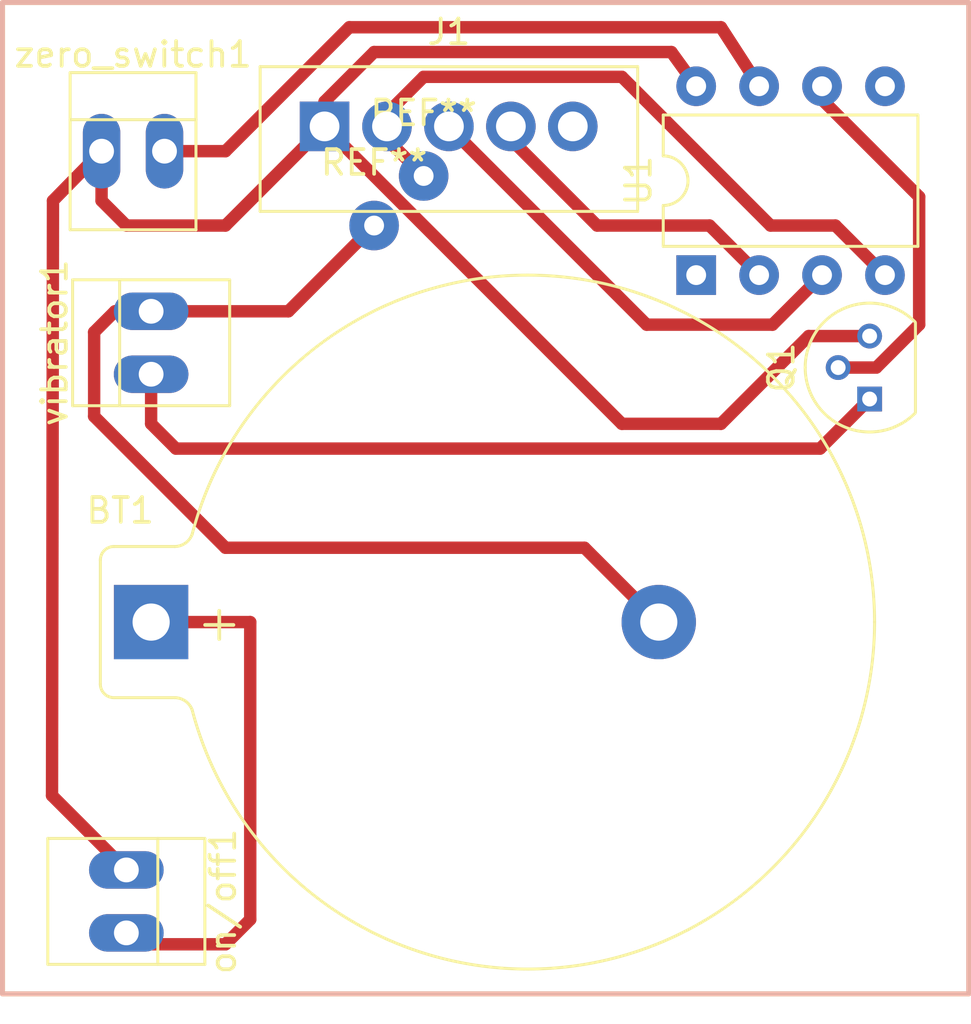
<source format=kicad_pcb>
(kicad_pcb (version 4) (host pcbnew 4.0.6)

  (general
    (links 13)
    (no_connects 1)
    (area 171.899999 79.899999 211.100001 121.303333)
    (thickness 1.6)
    (drawings 8)
    (tracks 58)
    (zones 0)
    (modules 9)
    (nets 12)
  )

  (page A4)
  (layers
    (0 F.Cu signal)
    (31 B.Cu signal)
    (32 B.Adhes user)
    (33 F.Adhes user)
    (34 B.Paste user)
    (35 F.Paste user)
    (36 B.SilkS user)
    (37 F.SilkS user)
    (38 B.Mask user)
    (39 F.Mask user)
    (40 Dwgs.User user)
    (41 Cmts.User user)
    (42 Eco1.User user)
    (43 Eco2.User user)
    (44 Edge.Cuts user)
    (45 Margin user)
    (46 B.CrtYd user)
    (47 F.CrtYd user)
    (48 B.Fab user)
    (49 F.Fab user)
  )

  (setup
    (last_trace_width 0.5)
    (trace_clearance 0.2)
    (zone_clearance 0.508)
    (zone_45_only no)
    (trace_min 0.2)
    (segment_width 0.2)
    (edge_width 0.15)
    (via_size 0.6)
    (via_drill 0.4)
    (via_min_size 0.4)
    (via_min_drill 0.3)
    (uvia_size 0.3)
    (uvia_drill 0.1)
    (uvias_allowed no)
    (uvia_min_size 0.2)
    (uvia_min_drill 0.1)
    (pcb_text_width 0.3)
    (pcb_text_size 1.5 1.5)
    (mod_edge_width 0.15)
    (mod_text_size 1 1)
    (mod_text_width 0.15)
    (pad_size 1.524 1.524)
    (pad_drill 0.762)
    (pad_to_mask_clearance 0.2)
    (aux_axis_origin 0 0)
    (visible_elements 7FFFFFFF)
    (pcbplotparams
      (layerselection 0x00030_80000001)
      (usegerberextensions false)
      (excludeedgelayer true)
      (linewidth 0.050000)
      (plotframeref false)
      (viasonmask false)
      (mode 1)
      (useauxorigin false)
      (hpglpennumber 1)
      (hpglpenspeed 20)
      (hpglpendiameter 15)
      (hpglpenoverlay 2)
      (psnegative false)
      (psa4output false)
      (plotreference true)
      (plotvalue true)
      (plotinvisibletext false)
      (padsonsilk false)
      (subtractmaskfromsilk false)
      (outputformat 1)
      (mirror false)
      (drillshape 1)
      (scaleselection 1)
      (outputdirectory ""))
  )

  (net 0 "")
  (net 1 "Net-(BT1-Pad2)")
  (net 2 "Net-(BT1-Pad1)")
  (net 3 "Net-(J1-Pad1)")
  (net 4 "Net-(J1-Pad3)")
  (net 5 "Net-(J1-Pad4)")
  (net 6 "Net-(J1-Pad5)")
  (net 7 "Net-(Q1-Pad2)")
  (net 8 "Net-(Q1-Pad1)")
  (net 9 "Net-(U1-Pad1)")
  (net 10 "Net-(U1-Pad5)")
  (net 11 "Net-(U1-Pad7)")

  (net_class Default "This is the default net class."
    (clearance 0.2)
    (trace_width 0.5)
    (via_dia 0.6)
    (via_drill 0.4)
    (uvia_dia 0.3)
    (uvia_drill 0.1)
    (add_net "Net-(BT1-Pad1)")
    (add_net "Net-(BT1-Pad2)")
    (add_net "Net-(J1-Pad1)")
    (add_net "Net-(J1-Pad3)")
    (add_net "Net-(J1-Pad4)")
    (add_net "Net-(J1-Pad5)")
    (add_net "Net-(Q1-Pad1)")
    (add_net "Net-(Q1-Pad2)")
    (add_net "Net-(U1-Pad1)")
    (add_net "Net-(U1-Pad5)")
    (add_net "Net-(U1-Pad7)")
  )

  (module Wire_Pads:SolderWirePad_single_0-8mmDrill (layer F.Cu) (tedit 0) (tstamp 5A385542)
    (at 189 87)
    (fp_text reference REF** (at 0 -2.54) (layer F.SilkS)
      (effects (font (size 1 1) (thickness 0.15)))
    )
    (fp_text value SolderWirePad_single_0-8mmDrill (at 0 2.54) (layer F.Fab)
      (effects (font (size 1 1) (thickness 0.15)))
    )
    (pad 1 thru_hole circle (at 0 0) (size 1.99898 1.99898) (drill 0.8001) (layers *.Cu *.Mask))
  )

  (module Battery_Holders:Keystone_106_1x20mm-CoinCell (layer F.Cu) (tedit 5787C377) (tstamp 5A33C9ED)
    (at 178 105)
    (descr http://www.keyelco.com/product-pdf.cfm?p=720)
    (tags "Keystone type 106 battery holder")
    (path /5A33C2C4)
    (fp_text reference BT1 (at -1.25 -4.5) (layer F.SilkS)
      (effects (font (size 1 1) (thickness 0.15)))
    )
    (fp_text value Battery (at 15 15) (layer F.Fab)
      (effects (font (size 1 1) (thickness 0.15)))
    )
    (fp_text user + (at 2.75 0) (layer F.SilkS)
      (effects (font (size 1.5 1.5) (thickness 0.15)))
    )
    (fp_arc (start 15.2 0) (end 1.65 3.52) (angle -165.5) (layer F.SilkS) (width 0.12))
    (fp_arc (start 15.2 0) (end 1.8 3.5) (angle -165.5) (layer F.Fab) (width 0.1))
    (fp_arc (start 15.2 0) (end 1.65 -3.52) (angle 165.5) (layer F.SilkS) (width 0.12))
    (fp_arc (start 15.2 0) (end 1.8 -3.5) (angle 165.5) (layer F.Fab) (width 0.1))
    (fp_arc (start 0.95 3.8) (end 0.95 3.05) (angle 70) (layer F.SilkS) (width 0.12))
    (fp_arc (start 0.95 3.8) (end 0.95 2.9) (angle 70) (layer F.Fab) (width 0.1))
    (fp_arc (start 0.95 -3.8) (end 0.95 -3.05) (angle -70) (layer F.SilkS) (width 0.12))
    (fp_arc (start 0.95 -3.8) (end 0.95 -2.9) (angle -70) (layer F.Fab) (width 0.1))
    (fp_line (start 0.95 -3.05) (end -1.5 -3.05) (layer F.SilkS) (width 0.12))
    (fp_line (start -1.5 3.05) (end 0.95 3.05) (layer F.SilkS) (width 0.12))
    (fp_arc (start -1.5 -2.5) (end -2.05 -2.5) (angle 90) (layer F.SilkS) (width 0.12))
    (fp_arc (start -1.5 2.5) (end -2.05 2.5) (angle -90) (layer F.SilkS) (width 0.12))
    (fp_line (start -2.05 -2.5) (end -2.05 2.5) (layer F.SilkS) (width 0.12))
    (fp_line (start 0.95 -2.9) (end -1.5 -2.9) (layer F.Fab) (width 0.1))
    (fp_line (start -1.5 2.9) (end 0.95 2.9) (layer F.Fab) (width 0.1))
    (fp_arc (start -1.5 2.5) (end -1.9 2.5) (angle -90) (layer F.Fab) (width 0.1))
    (fp_arc (start -1.5 -2.5) (end -2.3 -2.5) (angle 90) (layer F.CrtYd) (width 0.05))
    (fp_line (start -2.3 -2.5) (end -2.3 2.5) (layer F.CrtYd) (width 0.05))
    (fp_arc (start 0.95 3.8) (end 0.95 3.3) (angle 70) (layer F.CrtYd) (width 0.05))
    (fp_arc (start 15.2 0) (end 1.41 3.6) (angle -165.5) (layer F.CrtYd) (width 0.05))
    (fp_arc (start 15.2 0) (end 1.41 -3.6) (angle 165.5) (layer F.CrtYd) (width 0.05))
    (fp_arc (start 15.2 0) (end 5.18 1.3) (angle -180) (layer F.Fab) (width 0.1))
    (fp_arc (start 15.2 0) (end 9 1.3) (angle -170) (layer F.Fab) (width 0.1))
    (fp_arc (start 15.2 0) (end 13.3 1.3) (angle -150) (layer F.Fab) (width 0.1))
    (fp_arc (start 15.2 0) (end 13.3 -1.3) (angle 150) (layer F.Fab) (width 0.1))
    (fp_arc (start 15.2 0) (end 9 -1.3) (angle 170) (layer F.Fab) (width 0.1))
    (fp_arc (start 15.2 0) (end 5.18 -1.3) (angle 180) (layer F.Fab) (width 0.1))
    (fp_line (start 0.95 -3.3) (end -1.5 -3.3) (layer F.CrtYd) (width 0.05))
    (fp_line (start -1.5 3.3) (end 0.95 3.3) (layer F.CrtYd) (width 0.05))
    (fp_line (start -1.9 -2.5) (end -1.9 2.5) (layer F.Fab) (width 0.1))
    (fp_line (start 0 1.3) (end 16.2 1.3) (layer F.Fab) (width 0.1))
    (fp_line (start 16.2 -1.3) (end 0 -1.3) (layer F.Fab) (width 0.1))
    (fp_arc (start 0.95 -3.8) (end 0.95 -3.3) (angle -70) (layer F.CrtYd) (width 0.05))
    (fp_arc (start 16.2 0) (end 16.2 -1.3) (angle 180) (layer F.Fab) (width 0.1))
    (fp_line (start 0 -1.3) (end 0 1.3) (layer F.Fab) (width 0.1))
    (fp_arc (start -1.5 2.5) (end -2.3 2.5) (angle -90) (layer F.CrtYd) (width 0.05))
    (fp_arc (start -1.5 -2.5) (end -1.9 -2.5) (angle 90) (layer F.Fab) (width 0.1))
    (fp_line (start 22.6441 6.858) (end 25.35 9.3734) (layer F.Fab) (width 0.1))
    (fp_line (start 22.6568 -6.858) (end 25.3419 -9.4288) (layer F.Fab) (width 0.1))
    (pad 2 thru_hole circle (at 20.49 0) (size 3 3) (drill 1.5) (layers *.Cu *.Mask)
      (net 1 "Net-(BT1-Pad2)"))
    (pad 1 thru_hole rect (at 0 0) (size 3 3) (drill 1.5) (layers *.Cu *.Mask)
      (net 2 "Net-(BT1-Pad1)"))
    (model Battery_Holders.3dshapes/Keystone_106_1x20mm-CoinCell.wrl
      (at (xyz 0.6 0 0))
      (scale (xyz 1 1 1))
      (rotate (xyz 0 0 180))
    )
  )

  (module Connectors:Wafer_Vertical15x5.8x7RM2.5-5 (layer F.Cu) (tedit 556C2A98) (tstamp 5A33C9F6)
    (at 185 85)
    (descr "Gold-Tek vertical wafer connector with 2.5mm pitch")
    (tags "wafer connector vertical")
    (path /5A327108)
    (fp_text reference J1 (at 5.02 -3.81) (layer F.SilkS)
      (effects (font (size 1 1) (thickness 0.15)))
    )
    (fp_text value CONN_01X05 (at 5.02 5.08) (layer F.Fab)
      (effects (font (size 1 1) (thickness 0.15)))
    )
    (fp_line (start -3 -2.75) (end 12.95 -2.75) (layer F.CrtYd) (width 0.05))
    (fp_line (start 12.95 -2.75) (end 12.95 3.8) (layer F.CrtYd) (width 0.05))
    (fp_line (start 12.95 3.8) (end -3 3.8) (layer F.CrtYd) (width 0.05))
    (fp_line (start -3 3.8) (end -3 -2.75) (layer F.CrtYd) (width 0.05))
    (fp_line (start 12.64 3.43) (end -2.6 3.43) (layer F.SilkS) (width 0.12))
    (fp_line (start -2.6 -2.41) (end 12.64 -2.41) (layer F.SilkS) (width 0.12))
    (fp_line (start 12.64 -2.41) (end 12.64 3.43) (layer F.SilkS) (width 0.12))
    (fp_line (start -2.6 -2.41) (end -2.6 3.43) (layer F.SilkS) (width 0.12))
    (pad 1 thru_hole rect (at 0 0) (size 2 2) (drill 1.2) (layers *.Cu *.Mask)
      (net 3 "Net-(J1-Pad1)"))
    (pad 2 thru_hole circle (at 2.52 0) (size 2 2) (drill 1.2) (layers *.Cu *.Mask)
      (net 1 "Net-(BT1-Pad2)"))
    (pad 3 thru_hole circle (at 5.02 0) (size 2 2) (drill 1.2) (layers *.Cu *.Mask)
      (net 4 "Net-(J1-Pad3)"))
    (pad 4 thru_hole circle (at 7.52 0) (size 2 2) (drill 1.2) (layers *.Cu *.Mask)
      (net 5 "Net-(J1-Pad4)"))
    (pad 5 thru_hole circle (at 10.02 0) (size 2 2) (drill 1.2) (layers *.Cu *.Mask)
      (net 6 "Net-(J1-Pad5)"))
    (model Connectors.3dshapes/Wafer_Vertical15x5.8x7RM2.5-5.wrl
      (at (xyz 0 0 0))
      (scale (xyz 4 4 4))
      (rotate (xyz 0 0 0))
    )
  )

  (module Connect:PINHEAD1-2 (layer F.Cu) (tedit 0) (tstamp 5A33C9FC)
    (at 177 115 270)
    (path /5A327356)
    (fp_text reference on/off1 (at 1.27 -3.9 270) (layer F.SilkS)
      (effects (font (size 1 1) (thickness 0.15)))
    )
    (fp_text value CONN_01X02 (at 1.27 3.81 270) (layer F.Fab)
      (effects (font (size 1 1) (thickness 0.15)))
    )
    (fp_line (start 3.81 -1.27) (end -1.27 -1.27) (layer F.SilkS) (width 0.12))
    (fp_line (start 3.81 3.17) (end -1.27 3.17) (layer F.SilkS) (width 0.12))
    (fp_line (start -1.27 -3.17) (end 3.81 -3.17) (layer F.SilkS) (width 0.12))
    (fp_line (start -1.27 -3.17) (end -1.27 3.17) (layer F.SilkS) (width 0.12))
    (fp_line (start 3.81 -3.17) (end 3.81 3.17) (layer F.SilkS) (width 0.12))
    (fp_line (start -1.52 -3.42) (end 4.06 -3.42) (layer F.CrtYd) (width 0.05))
    (fp_line (start -1.52 -3.42) (end -1.52 3.42) (layer F.CrtYd) (width 0.05))
    (fp_line (start 4.06 3.42) (end 4.06 -3.42) (layer F.CrtYd) (width 0.05))
    (fp_line (start 4.06 3.42) (end -1.52 3.42) (layer F.CrtYd) (width 0.05))
    (pad 1 thru_hole oval (at 0 0 270) (size 1.51 3.01) (drill 1) (layers *.Cu *.Mask)
      (net 3 "Net-(J1-Pad1)"))
    (pad 2 thru_hole oval (at 2.54 0 270) (size 1.51 3.01) (drill 1) (layers *.Cu *.Mask)
      (net 2 "Net-(BT1-Pad1)"))
  )

  (module TO_SOT_Packages_THT:TO-92_Molded_Narrow (layer F.Cu) (tedit 58CE52AF) (tstamp 5A33CA03)
    (at 207 96 90)
    (descr "TO-92 leads molded, narrow, drill 0.6mm (see NXP sot054_po.pdf)")
    (tags "to-92 sc-43 sc-43a sot54 PA33 transistor")
    (path /5A33B4C1)
    (fp_text reference Q1 (at 1.27 -3.56 90) (layer F.SilkS)
      (effects (font (size 1 1) (thickness 0.15)))
    )
    (fp_text value PN2222A (at 1.27 2.79 90) (layer F.Fab)
      (effects (font (size 1 1) (thickness 0.15)))
    )
    (fp_text user %R (at 1.27 -3.56 90) (layer F.Fab)
      (effects (font (size 1 1) (thickness 0.15)))
    )
    (fp_line (start -0.53 1.85) (end 3.07 1.85) (layer F.SilkS) (width 0.12))
    (fp_line (start -0.5 1.75) (end 3 1.75) (layer F.Fab) (width 0.1))
    (fp_line (start -1.46 -2.73) (end 4 -2.73) (layer F.CrtYd) (width 0.05))
    (fp_line (start -1.46 -2.73) (end -1.46 2.01) (layer F.CrtYd) (width 0.05))
    (fp_line (start 4 2.01) (end 4 -2.73) (layer F.CrtYd) (width 0.05))
    (fp_line (start 4 2.01) (end -1.46 2.01) (layer F.CrtYd) (width 0.05))
    (fp_arc (start 1.27 0) (end 1.27 -2.48) (angle 135) (layer F.Fab) (width 0.1))
    (fp_arc (start 1.27 0) (end 1.27 -2.6) (angle -135) (layer F.SilkS) (width 0.12))
    (fp_arc (start 1.27 0) (end 1.27 -2.48) (angle -135) (layer F.Fab) (width 0.1))
    (fp_arc (start 1.27 0) (end 1.27 -2.6) (angle 135) (layer F.SilkS) (width 0.12))
    (pad 2 thru_hole circle (at 1.27 -1.27 180) (size 1 1) (drill 0.6) (layers *.Cu *.Mask)
      (net 7 "Net-(Q1-Pad2)"))
    (pad 3 thru_hole circle (at 2.54 0 180) (size 1 1) (drill 0.6) (layers *.Cu *.Mask)
      (net 3 "Net-(J1-Pad1)"))
    (pad 1 thru_hole rect (at 0 0 180) (size 1 1) (drill 0.6) (layers *.Cu *.Mask)
      (net 8 "Net-(Q1-Pad1)"))
    (model ${KISYS3DMOD}/TO_SOT_Packages_THT.3dshapes/TO-92_Molded_Narrow.wrl
      (at (xyz 0.05 0 0))
      (scale (xyz 1 1 1))
      (rotate (xyz 0 0 -90))
    )
  )

  (module Housings_DIP:DIP-8_W7.62mm (layer F.Cu) (tedit 59C78D6B) (tstamp 5A33CA0F)
    (at 200 91 90)
    (descr "8-lead though-hole mounted DIP package, row spacing 7.62 mm (300 mils)")
    (tags "THT DIP DIL PDIP 2.54mm 7.62mm 300mil")
    (path /5A32703E)
    (fp_text reference U1 (at 3.81 -2.33 90) (layer F.SilkS)
      (effects (font (size 1 1) (thickness 0.15)))
    )
    (fp_text value ATTINY10-P (at 3.81 9.95 90) (layer F.Fab)
      (effects (font (size 1 1) (thickness 0.15)))
    )
    (fp_arc (start 3.81 -1.33) (end 2.81 -1.33) (angle -180) (layer F.SilkS) (width 0.12))
    (fp_line (start 1.635 -1.27) (end 6.985 -1.27) (layer F.Fab) (width 0.1))
    (fp_line (start 6.985 -1.27) (end 6.985 8.89) (layer F.Fab) (width 0.1))
    (fp_line (start 6.985 8.89) (end 0.635 8.89) (layer F.Fab) (width 0.1))
    (fp_line (start 0.635 8.89) (end 0.635 -0.27) (layer F.Fab) (width 0.1))
    (fp_line (start 0.635 -0.27) (end 1.635 -1.27) (layer F.Fab) (width 0.1))
    (fp_line (start 2.81 -1.33) (end 1.16 -1.33) (layer F.SilkS) (width 0.12))
    (fp_line (start 1.16 -1.33) (end 1.16 8.95) (layer F.SilkS) (width 0.12))
    (fp_line (start 1.16 8.95) (end 6.46 8.95) (layer F.SilkS) (width 0.12))
    (fp_line (start 6.46 8.95) (end 6.46 -1.33) (layer F.SilkS) (width 0.12))
    (fp_line (start 6.46 -1.33) (end 4.81 -1.33) (layer F.SilkS) (width 0.12))
    (fp_line (start -1.1 -1.55) (end -1.1 9.15) (layer F.CrtYd) (width 0.05))
    (fp_line (start -1.1 9.15) (end 8.7 9.15) (layer F.CrtYd) (width 0.05))
    (fp_line (start 8.7 9.15) (end 8.7 -1.55) (layer F.CrtYd) (width 0.05))
    (fp_line (start 8.7 -1.55) (end -1.1 -1.55) (layer F.CrtYd) (width 0.05))
    (fp_text user %R (at 3.81 3.81 90) (layer F.Fab)
      (effects (font (size 1 1) (thickness 0.15)))
    )
    (pad 1 thru_hole rect (at 0 0 90) (size 1.6 1.6) (drill 0.8) (layers *.Cu *.Mask)
      (net 9 "Net-(U1-Pad1)"))
    (pad 5 thru_hole oval (at 7.62 7.62 90) (size 1.6 1.6) (drill 0.8) (layers *.Cu *.Mask)
      (net 10 "Net-(U1-Pad5)"))
    (pad 2 thru_hole oval (at 0 2.54 90) (size 1.6 1.6) (drill 0.8) (layers *.Cu *.Mask)
      (net 5 "Net-(J1-Pad4)"))
    (pad 6 thru_hole oval (at 7.62 5.08 90) (size 1.6 1.6) (drill 0.8) (layers *.Cu *.Mask)
      (net 7 "Net-(Q1-Pad2)"))
    (pad 3 thru_hole oval (at 0 5.08 90) (size 1.6 1.6) (drill 0.8) (layers *.Cu *.Mask)
      (net 4 "Net-(J1-Pad3)"))
    (pad 7 thru_hole oval (at 7.62 2.54 90) (size 1.6 1.6) (drill 0.8) (layers *.Cu *.Mask)
      (net 11 "Net-(U1-Pad7)"))
    (pad 4 thru_hole oval (at 0 7.62 90) (size 1.6 1.6) (drill 0.8) (layers *.Cu *.Mask)
      (net 1 "Net-(BT1-Pad2)"))
    (pad 8 thru_hole oval (at 7.62 0 90) (size 1.6 1.6) (drill 0.8) (layers *.Cu *.Mask)
      (net 3 "Net-(J1-Pad1)"))
    (model ${KISYS3DMOD}/Housings_DIP.3dshapes/DIP-8_W7.62mm.wrl
      (at (xyz 0 0 0))
      (scale (xyz 1 1 1))
      (rotate (xyz 0 0 0))
    )
  )

  (module Connect:PINHEAD1-2 (layer F.Cu) (tedit 0) (tstamp 5A33CA15)
    (at 178 95 90)
    (path /5A3272DB)
    (fp_text reference vibrator1 (at 1.27 -3.9 90) (layer F.SilkS)
      (effects (font (size 1 1) (thickness 0.15)))
    )
    (fp_text value CONN_01X02 (at 1.27 3.81 90) (layer F.Fab)
      (effects (font (size 1 1) (thickness 0.15)))
    )
    (fp_line (start 3.81 -1.27) (end -1.27 -1.27) (layer F.SilkS) (width 0.12))
    (fp_line (start 3.81 3.17) (end -1.27 3.17) (layer F.SilkS) (width 0.12))
    (fp_line (start -1.27 -3.17) (end 3.81 -3.17) (layer F.SilkS) (width 0.12))
    (fp_line (start -1.27 -3.17) (end -1.27 3.17) (layer F.SilkS) (width 0.12))
    (fp_line (start 3.81 -3.17) (end 3.81 3.17) (layer F.SilkS) (width 0.12))
    (fp_line (start -1.52 -3.42) (end 4.06 -3.42) (layer F.CrtYd) (width 0.05))
    (fp_line (start -1.52 -3.42) (end -1.52 3.42) (layer F.CrtYd) (width 0.05))
    (fp_line (start 4.06 3.42) (end 4.06 -3.42) (layer F.CrtYd) (width 0.05))
    (fp_line (start 4.06 3.42) (end -1.52 3.42) (layer F.CrtYd) (width 0.05))
    (pad 1 thru_hole oval (at 0 0 90) (size 1.51 3.01) (drill 1) (layers *.Cu *.Mask)
      (net 8 "Net-(Q1-Pad1)"))
    (pad 2 thru_hole oval (at 2.54 0 90) (size 1.51 3.01) (drill 1) (layers *.Cu *.Mask)
      (net 1 "Net-(BT1-Pad2)"))
  )

  (module Connect:PINHEAD1-2 (layer F.Cu) (tedit 0) (tstamp 5A33CA1B)
    (at 176 86)
    (path /5A327202)
    (fp_text reference zero_switch1 (at 1.27 -3.9) (layer F.SilkS)
      (effects (font (size 1 1) (thickness 0.15)))
    )
    (fp_text value CONN_01X02 (at 1.27 3.81) (layer F.Fab)
      (effects (font (size 1 1) (thickness 0.15)))
    )
    (fp_line (start 3.81 -1.27) (end -1.27 -1.27) (layer F.SilkS) (width 0.12))
    (fp_line (start 3.81 3.17) (end -1.27 3.17) (layer F.SilkS) (width 0.12))
    (fp_line (start -1.27 -3.17) (end 3.81 -3.17) (layer F.SilkS) (width 0.12))
    (fp_line (start -1.27 -3.17) (end -1.27 3.17) (layer F.SilkS) (width 0.12))
    (fp_line (start 3.81 -3.17) (end 3.81 3.17) (layer F.SilkS) (width 0.12))
    (fp_line (start -1.52 -3.42) (end 4.06 -3.42) (layer F.CrtYd) (width 0.05))
    (fp_line (start -1.52 -3.42) (end -1.52 3.42) (layer F.CrtYd) (width 0.05))
    (fp_line (start 4.06 3.42) (end 4.06 -3.42) (layer F.CrtYd) (width 0.05))
    (fp_line (start 4.06 3.42) (end -1.52 3.42) (layer F.CrtYd) (width 0.05))
    (pad 1 thru_hole oval (at 0 0) (size 1.51 3.01) (drill 1) (layers *.Cu *.Mask)
      (net 3 "Net-(J1-Pad1)"))
    (pad 2 thru_hole oval (at 2.54 0) (size 1.51 3.01) (drill 1) (layers *.Cu *.Mask)
      (net 11 "Net-(U1-Pad7)"))
  )

  (module Wire_Pads:SolderWirePad_single_0-8mmDrill (layer F.Cu) (tedit 0) (tstamp 5A33CF59)
    (at 187 89)
    (fp_text reference REF** (at 0 -2.54) (layer F.SilkS)
      (effects (font (size 1 1) (thickness 0.15)))
    )
    (fp_text value SolderWirePad_single_0-8mmDrill (at 0 2.54) (layer F.Fab)
      (effects (font (size 1 1) (thickness 0.15)))
    )
    (pad 1 thru_hole circle (at 0 0) (size 1.99898 1.99898) (drill 0.8001) (layers *.Cu *.Mask))
  )

  (gr_line (start 172 120) (end 172 80) (angle 90) (layer B.SilkS) (width 0.2))
  (gr_line (start 211 120) (end 172 120) (angle 90) (layer B.SilkS) (width 0.2))
  (gr_line (start 211 80) (end 211 120) (angle 90) (layer B.SilkS) (width 0.2))
  (gr_line (start 172 80) (end 211 80) (angle 90) (layer B.SilkS) (width 0.2))
  (gr_line (start 172 120) (end 172 80) (angle 90) (layer F.SilkS) (width 0.2))
  (gr_line (start 211 120) (end 172 120) (angle 90) (layer F.SilkS) (width 0.2))
  (gr_line (start 211 80) (end 211 120) (angle 90) (layer F.SilkS) (width 0.2))
  (gr_line (start 172 80) (end 211 80) (angle 90) (layer F.SilkS) (width 0.2))

  (segment (start 187.52 85) (end 187.52 85.52) (width 0.5) (layer F.Cu) (net 1))
  (segment (start 187.52 85.52) (end 189 87) (width 0.5) (layer F.Cu) (net 1) (tstamp 5A33CF15))
  (segment (start 178 92.46) (end 183.54 92.46) (width 0.5) (layer F.Cu) (net 1))
  (segment (start 183.54 92.46) (end 187 89) (width 0.5) (layer F.Cu) (net 1) (tstamp 5A33CF12))
  (segment (start 187.52 85) (end 187.52 84.48) (width 0.5) (layer F.Cu) (net 1))
  (segment (start 187.52 84.48) (end 189 83) (width 0.5) (layer F.Cu) (net 1) (tstamp 5A33CD6E))
  (segment (start 205.62 89) (end 207.62 91) (width 0.5) (layer F.Cu) (net 1) (tstamp 5A33CD77))
  (segment (start 203 89) (end 205.62 89) (width 0.5) (layer F.Cu) (net 1) (tstamp 5A33CD75))
  (segment (start 197 83) (end 203 89) (width 0.5) (layer F.Cu) (net 1) (tstamp 5A33CD72))
  (segment (start 189 83) (end 197 83) (width 0.5) (layer F.Cu) (net 1) (tstamp 5A33CD70))
  (segment (start 178 92.46) (end 176.54 92.46) (width 0.5) (layer F.Cu) (net 1))
  (segment (start 176.54 92.46) (end 175.700002 93.299998) (width 0.5) (layer F.Cu) (net 1) (tstamp 5A33CD24))
  (segment (start 175.700002 93.299998) (end 175.700002 96.700002) (width 0.5) (layer F.Cu) (net 1) (tstamp 5A33CD26))
  (segment (start 175.700002 96.700002) (end 181 102) (width 0.5) (layer F.Cu) (net 1) (tstamp 5A33CD2A))
  (segment (start 181 102) (end 195.49 102) (width 0.5) (layer F.Cu) (net 1) (tstamp 5A33CD2E))
  (segment (start 195.49 102) (end 198.49 105) (width 0.5) (layer F.Cu) (net 1) (tstamp 5A33CD30))
  (segment (start 178 105) (end 182 105) (width 0.5) (layer F.Cu) (net 2))
  (segment (start 181 118) (end 177.46 118) (width 0.5) (layer F.Cu) (net 2) (tstamp 5A33CAD7))
  (segment (start 182 117) (end 181 118) (width 0.5) (layer F.Cu) (net 2) (tstamp 5A33CAD2))
  (segment (start 182 105) (end 182 117) (width 0.5) (layer F.Cu) (net 2) (tstamp 5A33CACF))
  (segment (start 177.46 118) (end 177 117.54) (width 0.5) (layer F.Cu) (net 2) (tstamp 5A33CAD8))
  (segment (start 176 86) (end 176 88) (width 0.5) (layer F.Cu) (net 3))
  (segment (start 181 89) (end 185 85) (width 0.5) (layer F.Cu) (net 3) (tstamp 5A33CDD0))
  (segment (start 177 89) (end 181 89) (width 0.5) (layer F.Cu) (net 3) (tstamp 5A33CDCC))
  (segment (start 176 88) (end 177 89) (width 0.5) (layer F.Cu) (net 3) (tstamp 5A33CDCB))
  (segment (start 207 93.46) (end 204.54 93.46) (width 0.5) (layer F.Cu) (net 3))
  (segment (start 204.54 93.46) (end 201 97) (width 0.5) (layer F.Cu) (net 3) (tstamp 5A33CC82))
  (segment (start 201 97) (end 197 97) (width 0.5) (layer F.Cu) (net 3) (tstamp 5A33CC87))
  (segment (start 197 97) (end 185 85) (width 0.5) (layer F.Cu) (net 3) (tstamp 5A33CC8A))
  (segment (start 185 85) (end 185 84) (width 0.5) (layer F.Cu) (net 3))
  (segment (start 185 84) (end 187 82) (width 0.5) (layer F.Cu) (net 3) (tstamp 5A33CBC8))
  (segment (start 187 82) (end 199 82) (width 0.5) (layer F.Cu) (net 3) (tstamp 5A33CBCB))
  (segment (start 199 82) (end 200 83.38) (width 0.5) (layer F.Cu) (net 3) (tstamp 5A33CBCF))
  (segment (start 176 86) (end 176 87) (width 0.5) (layer F.Cu) (net 3))
  (segment (start 177 115) (end 174 112) (width 0.5) (layer F.Cu) (net 3))
  (segment (start 174.038405 87.998523) (end 176 86) (width 0.5) (layer F.Cu) (net 3) (tstamp 5A33CAE3))
  (segment (start 174 112) (end 174.038405 87.998523) (width 0.5) (layer F.Cu) (net 3) (tstamp 5A33CADE))
  (segment (start 190.02 85) (end 190.02 85.02) (width 0.5) (layer F.Cu) (net 4))
  (segment (start 190.02 85.02) (end 198 93) (width 0.5) (layer F.Cu) (net 4) (tstamp 5A33CD03))
  (segment (start 198 93) (end 203.08 93) (width 0.5) (layer F.Cu) (net 4) (tstamp 5A33CD08))
  (segment (start 203.08 93) (end 205.08 91) (width 0.5) (layer F.Cu) (net 4) (tstamp 5A33CD0B))
  (segment (start 192.52 85) (end 192.52 85.52) (width 0.5) (layer F.Cu) (net 5))
  (segment (start 192.52 85.52) (end 196 89) (width 0.5) (layer F.Cu) (net 5) (tstamp 5A33CD10))
  (segment (start 196 89) (end 200.54 89) (width 0.5) (layer F.Cu) (net 5) (tstamp 5A33CD12))
  (segment (start 200.54 89) (end 202.54 91) (width 0.5) (layer F.Cu) (net 5) (tstamp 5A33CD14))
  (segment (start 205.08 83.38) (end 205.08 83.92) (width 0.5) (layer F.Cu) (net 7))
  (segment (start 205.08 83.92) (end 209 87.84) (width 0.5) (layer F.Cu) (net 7) (tstamp 5A33CC4D))
  (segment (start 209 87.84) (end 209 93) (width 0.5) (layer F.Cu) (net 7) (tstamp 5A33CC4F))
  (segment (start 209 93) (end 207.27 94.73) (width 0.5) (layer F.Cu) (net 7) (tstamp 5A33CC59))
  (segment (start 207.27 94.73) (end 205.73 94.73) (width 0.5) (layer F.Cu) (net 7) (tstamp 5A33CC60))
  (segment (start 178 95) (end 178 97) (width 0.5) (layer F.Cu) (net 8))
  (segment (start 205 98) (end 207 96) (width 0.5) (layer F.Cu) (net 8) (tstamp 5A33CC79))
  (segment (start 179 98) (end 205 98) (width 0.5) (layer F.Cu) (net 8) (tstamp 5A33CC77))
  (segment (start 178 97) (end 179 98) (width 0.5) (layer F.Cu) (net 8) (tstamp 5A33CC74))
  (segment (start 178.54 86) (end 181 86) (width 0.5) (layer F.Cu) (net 11))
  (segment (start 201 81) (end 202.54 83.38) (width 0.5) (layer F.Cu) (net 11) (tstamp 5A33CDDF))
  (segment (start 186 81) (end 201 81) (width 0.5) (layer F.Cu) (net 11) (tstamp 5A33CDDC))
  (segment (start 181 86) (end 186 81) (width 0.5) (layer F.Cu) (net 11) (tstamp 5A33CDD4))

)

</source>
